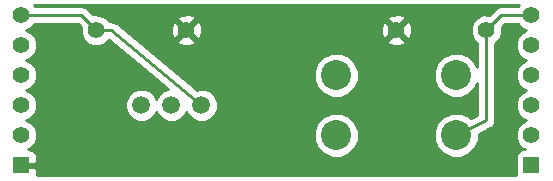
<source format=gtl>
G04 (created by PCBNEW (2013-jul-07)-stable) date Thu 18 Dec 2014 12:40:28 PM EET*
%MOIN*%
G04 Gerber Fmt 3.4, Leading zero omitted, Abs format*
%FSLAX34Y34*%
G01*
G70*
G90*
G04 APERTURE LIST*
%ADD10C,0.00590551*%
%ADD11C,0.0590551*%
%ADD12C,0.1*%
%ADD13C,0.055*%
%ADD14R,0.055X0.055*%
%ADD15C,0.01*%
G04 APERTURE END LIST*
G54D10*
G54D11*
X76000Y-57000D03*
X77000Y-57000D03*
X75000Y-57000D03*
G54D12*
X81500Y-56000D03*
X85500Y-58000D03*
X85500Y-56000D03*
X81500Y-58000D03*
G54D13*
X76500Y-54500D03*
X73500Y-54500D03*
X86500Y-54500D03*
X83500Y-54500D03*
G54D14*
X71000Y-59000D03*
G54D13*
X71000Y-58000D03*
X71000Y-57000D03*
X71000Y-56000D03*
X71000Y-55000D03*
X71000Y-54000D03*
G54D14*
X88000Y-59000D03*
G54D13*
X88000Y-58000D03*
X88000Y-57000D03*
X88000Y-56000D03*
X88000Y-55000D03*
X88000Y-54000D03*
G54D15*
X73500Y-54500D02*
X74000Y-54500D01*
X74000Y-54500D02*
X77000Y-57000D01*
X71000Y-54000D02*
X73000Y-54000D01*
X73000Y-54000D02*
X73500Y-54500D01*
X86500Y-54500D02*
X86500Y-57500D01*
X86500Y-57500D02*
X85500Y-58000D01*
X88000Y-54000D02*
X87000Y-54000D01*
X87000Y-54000D02*
X86500Y-54500D01*
G54D10*
G36*
X87835Y-57500D02*
X87703Y-57554D01*
X87555Y-57702D01*
X87475Y-57895D01*
X87474Y-58103D01*
X87554Y-58297D01*
X87702Y-58444D01*
X87774Y-58474D01*
X87675Y-58474D01*
X87583Y-58512D01*
X87513Y-58583D01*
X87475Y-58675D01*
X87474Y-58774D01*
X87474Y-59324D01*
X87477Y-59330D01*
X84029Y-59330D01*
X84029Y-54575D01*
X84018Y-54367D01*
X83960Y-54227D01*
X83867Y-54202D01*
X83797Y-54273D01*
X83797Y-54132D01*
X83772Y-54039D01*
X83575Y-53970D01*
X83367Y-53981D01*
X83227Y-54039D01*
X83202Y-54132D01*
X83500Y-54429D01*
X83797Y-54132D01*
X83797Y-54273D01*
X83570Y-54500D01*
X83867Y-54797D01*
X83960Y-54772D01*
X84029Y-54575D01*
X84029Y-59330D01*
X83797Y-59330D01*
X83797Y-54867D01*
X83500Y-54570D01*
X83429Y-54641D01*
X83429Y-54500D01*
X83132Y-54202D01*
X83039Y-54227D01*
X82970Y-54424D01*
X82981Y-54632D01*
X83039Y-54772D01*
X83132Y-54797D01*
X83429Y-54500D01*
X83429Y-54641D01*
X83202Y-54867D01*
X83227Y-54960D01*
X83424Y-55029D01*
X83632Y-55018D01*
X83772Y-54960D01*
X83797Y-54867D01*
X83797Y-59330D01*
X82250Y-59330D01*
X82250Y-57851D01*
X82250Y-55851D01*
X82136Y-55575D01*
X81925Y-55364D01*
X81649Y-55250D01*
X81351Y-55249D01*
X81075Y-55363D01*
X80864Y-55574D01*
X80750Y-55850D01*
X80749Y-56148D01*
X80863Y-56424D01*
X81074Y-56635D01*
X81350Y-56749D01*
X81648Y-56750D01*
X81924Y-56636D01*
X82135Y-56425D01*
X82249Y-56149D01*
X82250Y-55851D01*
X82250Y-57851D01*
X82136Y-57575D01*
X81925Y-57364D01*
X81649Y-57250D01*
X81351Y-57249D01*
X81075Y-57363D01*
X80864Y-57574D01*
X80750Y-57850D01*
X80749Y-58148D01*
X80863Y-58424D01*
X81074Y-58635D01*
X81350Y-58749D01*
X81648Y-58750D01*
X81924Y-58636D01*
X82135Y-58425D01*
X82249Y-58149D01*
X82250Y-57851D01*
X82250Y-59330D01*
X71522Y-59330D01*
X71525Y-59324D01*
X71525Y-59112D01*
X71462Y-59050D01*
X71050Y-59050D01*
X71050Y-59057D01*
X70950Y-59057D01*
X70950Y-59050D01*
X70942Y-59050D01*
X70942Y-58950D01*
X70950Y-58950D01*
X70950Y-58942D01*
X71050Y-58942D01*
X71050Y-58950D01*
X71462Y-58950D01*
X71525Y-58887D01*
X71525Y-58675D01*
X71487Y-58583D01*
X71416Y-58513D01*
X71324Y-58475D01*
X71225Y-58474D01*
X71225Y-58474D01*
X71297Y-58445D01*
X71444Y-58297D01*
X71524Y-58104D01*
X71525Y-57896D01*
X71445Y-57703D01*
X71297Y-57555D01*
X71164Y-57499D01*
X71297Y-57445D01*
X71444Y-57297D01*
X71524Y-57104D01*
X71525Y-56896D01*
X71445Y-56703D01*
X71297Y-56555D01*
X71164Y-56499D01*
X71297Y-56445D01*
X71444Y-56297D01*
X71524Y-56104D01*
X71525Y-55896D01*
X71445Y-55703D01*
X71297Y-55555D01*
X71164Y-55499D01*
X71297Y-55445D01*
X71444Y-55297D01*
X71524Y-55104D01*
X71525Y-54896D01*
X71445Y-54703D01*
X71297Y-54555D01*
X71164Y-54499D01*
X71297Y-54445D01*
X71442Y-54300D01*
X72875Y-54300D01*
X72975Y-54399D01*
X72974Y-54603D01*
X73054Y-54797D01*
X73202Y-54944D01*
X73395Y-55024D01*
X73603Y-55025D01*
X73797Y-54945D01*
X73919Y-54823D01*
X75882Y-56458D01*
X75691Y-56537D01*
X75538Y-56690D01*
X75500Y-56782D01*
X75462Y-56691D01*
X75309Y-56538D01*
X75108Y-56454D01*
X74892Y-56454D01*
X74691Y-56537D01*
X74538Y-56690D01*
X74454Y-56891D01*
X74454Y-57107D01*
X74537Y-57308D01*
X74690Y-57461D01*
X74891Y-57545D01*
X75107Y-57545D01*
X75308Y-57462D01*
X75461Y-57309D01*
X75499Y-57217D01*
X75537Y-57308D01*
X75690Y-57461D01*
X75891Y-57545D01*
X76107Y-57545D01*
X76308Y-57462D01*
X76461Y-57309D01*
X76499Y-57217D01*
X76537Y-57308D01*
X76690Y-57461D01*
X76891Y-57545D01*
X77107Y-57545D01*
X77308Y-57462D01*
X77461Y-57309D01*
X77545Y-57108D01*
X77545Y-56892D01*
X77462Y-56691D01*
X77309Y-56538D01*
X77108Y-56454D01*
X77029Y-56454D01*
X77029Y-54575D01*
X77018Y-54367D01*
X76960Y-54227D01*
X76867Y-54202D01*
X76797Y-54273D01*
X76797Y-54132D01*
X76772Y-54039D01*
X76575Y-53970D01*
X76367Y-53981D01*
X76227Y-54039D01*
X76202Y-54132D01*
X76500Y-54429D01*
X76797Y-54132D01*
X76797Y-54273D01*
X76570Y-54500D01*
X76867Y-54797D01*
X76960Y-54772D01*
X77029Y-54575D01*
X77029Y-56454D01*
X76892Y-56454D01*
X76840Y-56475D01*
X76797Y-56439D01*
X76797Y-54867D01*
X76500Y-54570D01*
X76429Y-54641D01*
X76429Y-54500D01*
X76132Y-54202D01*
X76039Y-54227D01*
X75970Y-54424D01*
X75981Y-54632D01*
X76039Y-54772D01*
X76132Y-54797D01*
X76429Y-54500D01*
X76429Y-54641D01*
X76202Y-54867D01*
X76227Y-54960D01*
X76424Y-55029D01*
X76632Y-55018D01*
X76772Y-54960D01*
X76797Y-54867D01*
X76797Y-56439D01*
X74192Y-54269D01*
X74152Y-54247D01*
X74114Y-54222D01*
X74101Y-54220D01*
X74089Y-54213D01*
X74044Y-54208D01*
X74000Y-54200D01*
X73942Y-54200D01*
X73797Y-54055D01*
X73604Y-53975D01*
X73399Y-53974D01*
X73212Y-53787D01*
X73114Y-53722D01*
X73000Y-53700D01*
X71442Y-53700D01*
X71412Y-53669D01*
X87587Y-53669D01*
X87557Y-53700D01*
X87000Y-53700D01*
X86885Y-53722D01*
X86787Y-53787D01*
X86600Y-53975D01*
X86396Y-53974D01*
X86203Y-54054D01*
X86055Y-54202D01*
X85975Y-54395D01*
X85974Y-54603D01*
X86054Y-54797D01*
X86200Y-54942D01*
X86200Y-55730D01*
X86136Y-55575D01*
X85925Y-55364D01*
X85649Y-55250D01*
X85351Y-55249D01*
X85075Y-55363D01*
X84864Y-55574D01*
X84750Y-55850D01*
X84749Y-56148D01*
X84863Y-56424D01*
X85074Y-56635D01*
X85350Y-56749D01*
X85648Y-56750D01*
X85924Y-56636D01*
X86135Y-56425D01*
X86200Y-56269D01*
X86200Y-57313D01*
X85983Y-57422D01*
X85925Y-57364D01*
X85649Y-57250D01*
X85351Y-57249D01*
X85075Y-57363D01*
X84864Y-57574D01*
X84750Y-57850D01*
X84749Y-58148D01*
X84863Y-58424D01*
X85074Y-58635D01*
X85350Y-58749D01*
X85648Y-58750D01*
X85924Y-58636D01*
X86135Y-58425D01*
X86249Y-58149D01*
X86250Y-57959D01*
X86634Y-57767D01*
X86664Y-57743D01*
X86712Y-57712D01*
X86719Y-57701D01*
X86726Y-57695D01*
X86746Y-57661D01*
X86777Y-57614D01*
X86779Y-57602D01*
X86784Y-57594D01*
X86789Y-57552D01*
X86800Y-57500D01*
X86800Y-54942D01*
X86944Y-54797D01*
X87024Y-54604D01*
X87025Y-54399D01*
X87124Y-54300D01*
X87557Y-54300D01*
X87702Y-54444D01*
X87835Y-54500D01*
X87703Y-54554D01*
X87555Y-54702D01*
X87475Y-54895D01*
X87474Y-55103D01*
X87554Y-55297D01*
X87702Y-55444D01*
X87835Y-55500D01*
X87703Y-55554D01*
X87555Y-55702D01*
X87475Y-55895D01*
X87474Y-56103D01*
X87554Y-56297D01*
X87702Y-56444D01*
X87835Y-56500D01*
X87703Y-56554D01*
X87555Y-56702D01*
X87475Y-56895D01*
X87474Y-57103D01*
X87554Y-57297D01*
X87702Y-57444D01*
X87835Y-57500D01*
X87835Y-57500D01*
G37*
G54D15*
X87835Y-57500D02*
X87703Y-57554D01*
X87555Y-57702D01*
X87475Y-57895D01*
X87474Y-58103D01*
X87554Y-58297D01*
X87702Y-58444D01*
X87774Y-58474D01*
X87675Y-58474D01*
X87583Y-58512D01*
X87513Y-58583D01*
X87475Y-58675D01*
X87474Y-58774D01*
X87474Y-59324D01*
X87477Y-59330D01*
X84029Y-59330D01*
X84029Y-54575D01*
X84018Y-54367D01*
X83960Y-54227D01*
X83867Y-54202D01*
X83797Y-54273D01*
X83797Y-54132D01*
X83772Y-54039D01*
X83575Y-53970D01*
X83367Y-53981D01*
X83227Y-54039D01*
X83202Y-54132D01*
X83500Y-54429D01*
X83797Y-54132D01*
X83797Y-54273D01*
X83570Y-54500D01*
X83867Y-54797D01*
X83960Y-54772D01*
X84029Y-54575D01*
X84029Y-59330D01*
X83797Y-59330D01*
X83797Y-54867D01*
X83500Y-54570D01*
X83429Y-54641D01*
X83429Y-54500D01*
X83132Y-54202D01*
X83039Y-54227D01*
X82970Y-54424D01*
X82981Y-54632D01*
X83039Y-54772D01*
X83132Y-54797D01*
X83429Y-54500D01*
X83429Y-54641D01*
X83202Y-54867D01*
X83227Y-54960D01*
X83424Y-55029D01*
X83632Y-55018D01*
X83772Y-54960D01*
X83797Y-54867D01*
X83797Y-59330D01*
X82250Y-59330D01*
X82250Y-57851D01*
X82250Y-55851D01*
X82136Y-55575D01*
X81925Y-55364D01*
X81649Y-55250D01*
X81351Y-55249D01*
X81075Y-55363D01*
X80864Y-55574D01*
X80750Y-55850D01*
X80749Y-56148D01*
X80863Y-56424D01*
X81074Y-56635D01*
X81350Y-56749D01*
X81648Y-56750D01*
X81924Y-56636D01*
X82135Y-56425D01*
X82249Y-56149D01*
X82250Y-55851D01*
X82250Y-57851D01*
X82136Y-57575D01*
X81925Y-57364D01*
X81649Y-57250D01*
X81351Y-57249D01*
X81075Y-57363D01*
X80864Y-57574D01*
X80750Y-57850D01*
X80749Y-58148D01*
X80863Y-58424D01*
X81074Y-58635D01*
X81350Y-58749D01*
X81648Y-58750D01*
X81924Y-58636D01*
X82135Y-58425D01*
X82249Y-58149D01*
X82250Y-57851D01*
X82250Y-59330D01*
X71522Y-59330D01*
X71525Y-59324D01*
X71525Y-59112D01*
X71462Y-59050D01*
X71050Y-59050D01*
X71050Y-59057D01*
X70950Y-59057D01*
X70950Y-59050D01*
X70942Y-59050D01*
X70942Y-58950D01*
X70950Y-58950D01*
X70950Y-58942D01*
X71050Y-58942D01*
X71050Y-58950D01*
X71462Y-58950D01*
X71525Y-58887D01*
X71525Y-58675D01*
X71487Y-58583D01*
X71416Y-58513D01*
X71324Y-58475D01*
X71225Y-58474D01*
X71225Y-58474D01*
X71297Y-58445D01*
X71444Y-58297D01*
X71524Y-58104D01*
X71525Y-57896D01*
X71445Y-57703D01*
X71297Y-57555D01*
X71164Y-57499D01*
X71297Y-57445D01*
X71444Y-57297D01*
X71524Y-57104D01*
X71525Y-56896D01*
X71445Y-56703D01*
X71297Y-56555D01*
X71164Y-56499D01*
X71297Y-56445D01*
X71444Y-56297D01*
X71524Y-56104D01*
X71525Y-55896D01*
X71445Y-55703D01*
X71297Y-55555D01*
X71164Y-55499D01*
X71297Y-55445D01*
X71444Y-55297D01*
X71524Y-55104D01*
X71525Y-54896D01*
X71445Y-54703D01*
X71297Y-54555D01*
X71164Y-54499D01*
X71297Y-54445D01*
X71442Y-54300D01*
X72875Y-54300D01*
X72975Y-54399D01*
X72974Y-54603D01*
X73054Y-54797D01*
X73202Y-54944D01*
X73395Y-55024D01*
X73603Y-55025D01*
X73797Y-54945D01*
X73919Y-54823D01*
X75882Y-56458D01*
X75691Y-56537D01*
X75538Y-56690D01*
X75500Y-56782D01*
X75462Y-56691D01*
X75309Y-56538D01*
X75108Y-56454D01*
X74892Y-56454D01*
X74691Y-56537D01*
X74538Y-56690D01*
X74454Y-56891D01*
X74454Y-57107D01*
X74537Y-57308D01*
X74690Y-57461D01*
X74891Y-57545D01*
X75107Y-57545D01*
X75308Y-57462D01*
X75461Y-57309D01*
X75499Y-57217D01*
X75537Y-57308D01*
X75690Y-57461D01*
X75891Y-57545D01*
X76107Y-57545D01*
X76308Y-57462D01*
X76461Y-57309D01*
X76499Y-57217D01*
X76537Y-57308D01*
X76690Y-57461D01*
X76891Y-57545D01*
X77107Y-57545D01*
X77308Y-57462D01*
X77461Y-57309D01*
X77545Y-57108D01*
X77545Y-56892D01*
X77462Y-56691D01*
X77309Y-56538D01*
X77108Y-56454D01*
X77029Y-56454D01*
X77029Y-54575D01*
X77018Y-54367D01*
X76960Y-54227D01*
X76867Y-54202D01*
X76797Y-54273D01*
X76797Y-54132D01*
X76772Y-54039D01*
X76575Y-53970D01*
X76367Y-53981D01*
X76227Y-54039D01*
X76202Y-54132D01*
X76500Y-54429D01*
X76797Y-54132D01*
X76797Y-54273D01*
X76570Y-54500D01*
X76867Y-54797D01*
X76960Y-54772D01*
X77029Y-54575D01*
X77029Y-56454D01*
X76892Y-56454D01*
X76840Y-56475D01*
X76797Y-56439D01*
X76797Y-54867D01*
X76500Y-54570D01*
X76429Y-54641D01*
X76429Y-54500D01*
X76132Y-54202D01*
X76039Y-54227D01*
X75970Y-54424D01*
X75981Y-54632D01*
X76039Y-54772D01*
X76132Y-54797D01*
X76429Y-54500D01*
X76429Y-54641D01*
X76202Y-54867D01*
X76227Y-54960D01*
X76424Y-55029D01*
X76632Y-55018D01*
X76772Y-54960D01*
X76797Y-54867D01*
X76797Y-56439D01*
X74192Y-54269D01*
X74152Y-54247D01*
X74114Y-54222D01*
X74101Y-54220D01*
X74089Y-54213D01*
X74044Y-54208D01*
X74000Y-54200D01*
X73942Y-54200D01*
X73797Y-54055D01*
X73604Y-53975D01*
X73399Y-53974D01*
X73212Y-53787D01*
X73114Y-53722D01*
X73000Y-53700D01*
X71442Y-53700D01*
X71412Y-53669D01*
X87587Y-53669D01*
X87557Y-53700D01*
X87000Y-53700D01*
X86885Y-53722D01*
X86787Y-53787D01*
X86600Y-53975D01*
X86396Y-53974D01*
X86203Y-54054D01*
X86055Y-54202D01*
X85975Y-54395D01*
X85974Y-54603D01*
X86054Y-54797D01*
X86200Y-54942D01*
X86200Y-55730D01*
X86136Y-55575D01*
X85925Y-55364D01*
X85649Y-55250D01*
X85351Y-55249D01*
X85075Y-55363D01*
X84864Y-55574D01*
X84750Y-55850D01*
X84749Y-56148D01*
X84863Y-56424D01*
X85074Y-56635D01*
X85350Y-56749D01*
X85648Y-56750D01*
X85924Y-56636D01*
X86135Y-56425D01*
X86200Y-56269D01*
X86200Y-57313D01*
X85983Y-57422D01*
X85925Y-57364D01*
X85649Y-57250D01*
X85351Y-57249D01*
X85075Y-57363D01*
X84864Y-57574D01*
X84750Y-57850D01*
X84749Y-58148D01*
X84863Y-58424D01*
X85074Y-58635D01*
X85350Y-58749D01*
X85648Y-58750D01*
X85924Y-58636D01*
X86135Y-58425D01*
X86249Y-58149D01*
X86250Y-57959D01*
X86634Y-57767D01*
X86664Y-57743D01*
X86712Y-57712D01*
X86719Y-57701D01*
X86726Y-57695D01*
X86746Y-57661D01*
X86777Y-57614D01*
X86779Y-57602D01*
X86784Y-57594D01*
X86789Y-57552D01*
X86800Y-57500D01*
X86800Y-54942D01*
X86944Y-54797D01*
X87024Y-54604D01*
X87025Y-54399D01*
X87124Y-54300D01*
X87557Y-54300D01*
X87702Y-54444D01*
X87835Y-54500D01*
X87703Y-54554D01*
X87555Y-54702D01*
X87475Y-54895D01*
X87474Y-55103D01*
X87554Y-55297D01*
X87702Y-55444D01*
X87835Y-55500D01*
X87703Y-55554D01*
X87555Y-55702D01*
X87475Y-55895D01*
X87474Y-56103D01*
X87554Y-56297D01*
X87702Y-56444D01*
X87835Y-56500D01*
X87703Y-56554D01*
X87555Y-56702D01*
X87475Y-56895D01*
X87474Y-57103D01*
X87554Y-57297D01*
X87702Y-57444D01*
X87835Y-57500D01*
M02*

</source>
